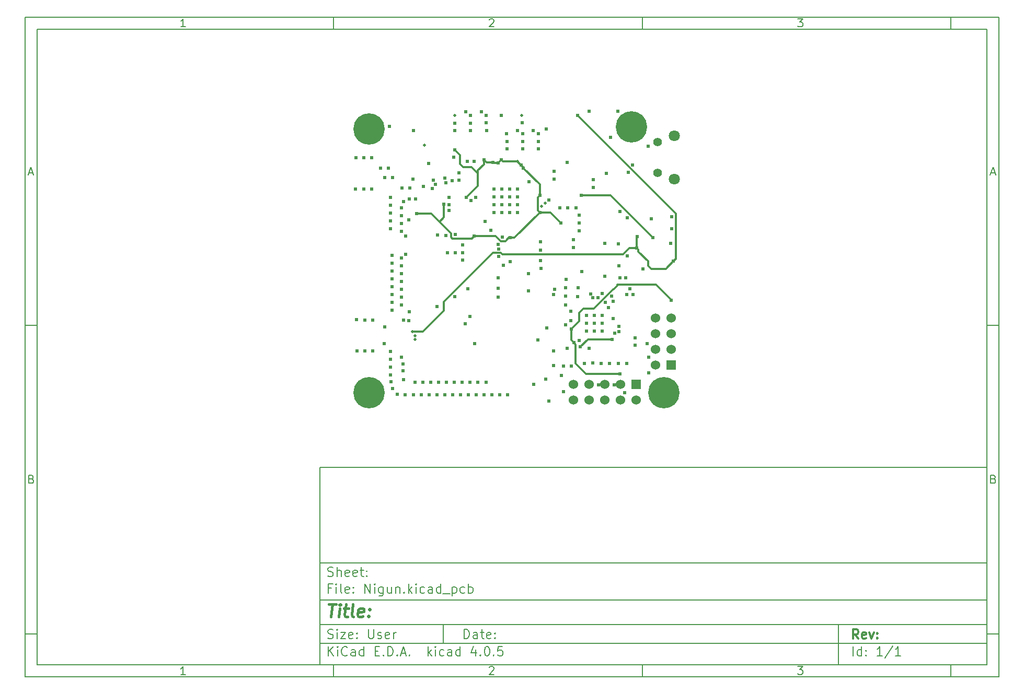
<source format=gbr>
G04 #@! TF.FileFunction,Copper,L3,Inr,Signal*
%FSLAX46Y46*%
G04 Gerber Fmt 4.6, Leading zero omitted, Abs format (unit mm)*
G04 Created by KiCad (PCBNEW 4.0.5) date 2017 September 25, Monday 02:54:35*
%MOMM*%
%LPD*%
G01*
G04 APERTURE LIST*
%ADD10C,0.100000*%
%ADD11C,0.150000*%
%ADD12C,0.300000*%
%ADD13C,0.400000*%
%ADD14C,0.609600*%
%ADD15R,1.524000X1.524000*%
%ADD16C,1.524000*%
%ADD17C,1.408000*%
%ADD18C,1.800000*%
%ADD19C,5.080000*%
%ADD20C,0.508000*%
%ADD21C,0.330200*%
%ADD22C,0.304800*%
G04 APERTURE END LIST*
D10*
D11*
X57800000Y-83000000D02*
X57800000Y-115000000D01*
X165800000Y-115000000D01*
X165800000Y-83000000D01*
X57800000Y-83000000D01*
D10*
D11*
X10000000Y-10000000D02*
X10000000Y-117000000D01*
X167800000Y-117000000D01*
X167800000Y-10000000D01*
X10000000Y-10000000D01*
D10*
D11*
X12000000Y-12000000D02*
X12000000Y-115000000D01*
X165800000Y-115000000D01*
X165800000Y-12000000D01*
X12000000Y-12000000D01*
D10*
D11*
X60000000Y-12000000D02*
X60000000Y-10000000D01*
D10*
D11*
X110000000Y-12000000D02*
X110000000Y-10000000D01*
D10*
D11*
X160000000Y-12000000D02*
X160000000Y-10000000D01*
D10*
D11*
X35990476Y-11588095D02*
X35247619Y-11588095D01*
X35619048Y-11588095D02*
X35619048Y-10288095D01*
X35495238Y-10473810D01*
X35371429Y-10597619D01*
X35247619Y-10659524D01*
D10*
D11*
X85247619Y-10411905D02*
X85309524Y-10350000D01*
X85433333Y-10288095D01*
X85742857Y-10288095D01*
X85866667Y-10350000D01*
X85928571Y-10411905D01*
X85990476Y-10535714D01*
X85990476Y-10659524D01*
X85928571Y-10845238D01*
X85185714Y-11588095D01*
X85990476Y-11588095D01*
D10*
D11*
X135185714Y-10288095D02*
X135990476Y-10288095D01*
X135557143Y-10783333D01*
X135742857Y-10783333D01*
X135866667Y-10845238D01*
X135928571Y-10907143D01*
X135990476Y-11030952D01*
X135990476Y-11340476D01*
X135928571Y-11464286D01*
X135866667Y-11526190D01*
X135742857Y-11588095D01*
X135371429Y-11588095D01*
X135247619Y-11526190D01*
X135185714Y-11464286D01*
D10*
D11*
X60000000Y-115000000D02*
X60000000Y-117000000D01*
D10*
D11*
X110000000Y-115000000D02*
X110000000Y-117000000D01*
D10*
D11*
X160000000Y-115000000D02*
X160000000Y-117000000D01*
D10*
D11*
X35990476Y-116588095D02*
X35247619Y-116588095D01*
X35619048Y-116588095D02*
X35619048Y-115288095D01*
X35495238Y-115473810D01*
X35371429Y-115597619D01*
X35247619Y-115659524D01*
D10*
D11*
X85247619Y-115411905D02*
X85309524Y-115350000D01*
X85433333Y-115288095D01*
X85742857Y-115288095D01*
X85866667Y-115350000D01*
X85928571Y-115411905D01*
X85990476Y-115535714D01*
X85990476Y-115659524D01*
X85928571Y-115845238D01*
X85185714Y-116588095D01*
X85990476Y-116588095D01*
D10*
D11*
X135185714Y-115288095D02*
X135990476Y-115288095D01*
X135557143Y-115783333D01*
X135742857Y-115783333D01*
X135866667Y-115845238D01*
X135928571Y-115907143D01*
X135990476Y-116030952D01*
X135990476Y-116340476D01*
X135928571Y-116464286D01*
X135866667Y-116526190D01*
X135742857Y-116588095D01*
X135371429Y-116588095D01*
X135247619Y-116526190D01*
X135185714Y-116464286D01*
D10*
D11*
X10000000Y-60000000D02*
X12000000Y-60000000D01*
D10*
D11*
X10000000Y-110000000D02*
X12000000Y-110000000D01*
D10*
D11*
X10690476Y-35216667D02*
X11309524Y-35216667D01*
X10566667Y-35588095D02*
X11000000Y-34288095D01*
X11433333Y-35588095D01*
D10*
D11*
X11092857Y-84907143D02*
X11278571Y-84969048D01*
X11340476Y-85030952D01*
X11402381Y-85154762D01*
X11402381Y-85340476D01*
X11340476Y-85464286D01*
X11278571Y-85526190D01*
X11154762Y-85588095D01*
X10659524Y-85588095D01*
X10659524Y-84288095D01*
X11092857Y-84288095D01*
X11216667Y-84350000D01*
X11278571Y-84411905D01*
X11340476Y-84535714D01*
X11340476Y-84659524D01*
X11278571Y-84783333D01*
X11216667Y-84845238D01*
X11092857Y-84907143D01*
X10659524Y-84907143D01*
D10*
D11*
X167800000Y-60000000D02*
X165800000Y-60000000D01*
D10*
D11*
X167800000Y-110000000D02*
X165800000Y-110000000D01*
D10*
D11*
X166490476Y-35216667D02*
X167109524Y-35216667D01*
X166366667Y-35588095D02*
X166800000Y-34288095D01*
X167233333Y-35588095D01*
D10*
D11*
X166892857Y-84907143D02*
X167078571Y-84969048D01*
X167140476Y-85030952D01*
X167202381Y-85154762D01*
X167202381Y-85340476D01*
X167140476Y-85464286D01*
X167078571Y-85526190D01*
X166954762Y-85588095D01*
X166459524Y-85588095D01*
X166459524Y-84288095D01*
X166892857Y-84288095D01*
X167016667Y-84350000D01*
X167078571Y-84411905D01*
X167140476Y-84535714D01*
X167140476Y-84659524D01*
X167078571Y-84783333D01*
X167016667Y-84845238D01*
X166892857Y-84907143D01*
X166459524Y-84907143D01*
D10*
D11*
X81157143Y-110778571D02*
X81157143Y-109278571D01*
X81514286Y-109278571D01*
X81728571Y-109350000D01*
X81871429Y-109492857D01*
X81942857Y-109635714D01*
X82014286Y-109921429D01*
X82014286Y-110135714D01*
X81942857Y-110421429D01*
X81871429Y-110564286D01*
X81728571Y-110707143D01*
X81514286Y-110778571D01*
X81157143Y-110778571D01*
X83300000Y-110778571D02*
X83300000Y-109992857D01*
X83228571Y-109850000D01*
X83085714Y-109778571D01*
X82800000Y-109778571D01*
X82657143Y-109850000D01*
X83300000Y-110707143D02*
X83157143Y-110778571D01*
X82800000Y-110778571D01*
X82657143Y-110707143D01*
X82585714Y-110564286D01*
X82585714Y-110421429D01*
X82657143Y-110278571D01*
X82800000Y-110207143D01*
X83157143Y-110207143D01*
X83300000Y-110135714D01*
X83800000Y-109778571D02*
X84371429Y-109778571D01*
X84014286Y-109278571D02*
X84014286Y-110564286D01*
X84085714Y-110707143D01*
X84228572Y-110778571D01*
X84371429Y-110778571D01*
X85442857Y-110707143D02*
X85300000Y-110778571D01*
X85014286Y-110778571D01*
X84871429Y-110707143D01*
X84800000Y-110564286D01*
X84800000Y-109992857D01*
X84871429Y-109850000D01*
X85014286Y-109778571D01*
X85300000Y-109778571D01*
X85442857Y-109850000D01*
X85514286Y-109992857D01*
X85514286Y-110135714D01*
X84800000Y-110278571D01*
X86157143Y-110635714D02*
X86228571Y-110707143D01*
X86157143Y-110778571D01*
X86085714Y-110707143D01*
X86157143Y-110635714D01*
X86157143Y-110778571D01*
X86157143Y-109850000D02*
X86228571Y-109921429D01*
X86157143Y-109992857D01*
X86085714Y-109921429D01*
X86157143Y-109850000D01*
X86157143Y-109992857D01*
D10*
D11*
X57800000Y-111500000D02*
X165800000Y-111500000D01*
D10*
D11*
X59157143Y-113578571D02*
X59157143Y-112078571D01*
X60014286Y-113578571D02*
X59371429Y-112721429D01*
X60014286Y-112078571D02*
X59157143Y-112935714D01*
X60657143Y-113578571D02*
X60657143Y-112578571D01*
X60657143Y-112078571D02*
X60585714Y-112150000D01*
X60657143Y-112221429D01*
X60728571Y-112150000D01*
X60657143Y-112078571D01*
X60657143Y-112221429D01*
X62228572Y-113435714D02*
X62157143Y-113507143D01*
X61942857Y-113578571D01*
X61800000Y-113578571D01*
X61585715Y-113507143D01*
X61442857Y-113364286D01*
X61371429Y-113221429D01*
X61300000Y-112935714D01*
X61300000Y-112721429D01*
X61371429Y-112435714D01*
X61442857Y-112292857D01*
X61585715Y-112150000D01*
X61800000Y-112078571D01*
X61942857Y-112078571D01*
X62157143Y-112150000D01*
X62228572Y-112221429D01*
X63514286Y-113578571D02*
X63514286Y-112792857D01*
X63442857Y-112650000D01*
X63300000Y-112578571D01*
X63014286Y-112578571D01*
X62871429Y-112650000D01*
X63514286Y-113507143D02*
X63371429Y-113578571D01*
X63014286Y-113578571D01*
X62871429Y-113507143D01*
X62800000Y-113364286D01*
X62800000Y-113221429D01*
X62871429Y-113078571D01*
X63014286Y-113007143D01*
X63371429Y-113007143D01*
X63514286Y-112935714D01*
X64871429Y-113578571D02*
X64871429Y-112078571D01*
X64871429Y-113507143D02*
X64728572Y-113578571D01*
X64442858Y-113578571D01*
X64300000Y-113507143D01*
X64228572Y-113435714D01*
X64157143Y-113292857D01*
X64157143Y-112864286D01*
X64228572Y-112721429D01*
X64300000Y-112650000D01*
X64442858Y-112578571D01*
X64728572Y-112578571D01*
X64871429Y-112650000D01*
X66728572Y-112792857D02*
X67228572Y-112792857D01*
X67442858Y-113578571D02*
X66728572Y-113578571D01*
X66728572Y-112078571D01*
X67442858Y-112078571D01*
X68085715Y-113435714D02*
X68157143Y-113507143D01*
X68085715Y-113578571D01*
X68014286Y-113507143D01*
X68085715Y-113435714D01*
X68085715Y-113578571D01*
X68800001Y-113578571D02*
X68800001Y-112078571D01*
X69157144Y-112078571D01*
X69371429Y-112150000D01*
X69514287Y-112292857D01*
X69585715Y-112435714D01*
X69657144Y-112721429D01*
X69657144Y-112935714D01*
X69585715Y-113221429D01*
X69514287Y-113364286D01*
X69371429Y-113507143D01*
X69157144Y-113578571D01*
X68800001Y-113578571D01*
X70300001Y-113435714D02*
X70371429Y-113507143D01*
X70300001Y-113578571D01*
X70228572Y-113507143D01*
X70300001Y-113435714D01*
X70300001Y-113578571D01*
X70942858Y-113150000D02*
X71657144Y-113150000D01*
X70800001Y-113578571D02*
X71300001Y-112078571D01*
X71800001Y-113578571D01*
X72300001Y-113435714D02*
X72371429Y-113507143D01*
X72300001Y-113578571D01*
X72228572Y-113507143D01*
X72300001Y-113435714D01*
X72300001Y-113578571D01*
X75300001Y-113578571D02*
X75300001Y-112078571D01*
X75442858Y-113007143D02*
X75871429Y-113578571D01*
X75871429Y-112578571D02*
X75300001Y-113150000D01*
X76514287Y-113578571D02*
X76514287Y-112578571D01*
X76514287Y-112078571D02*
X76442858Y-112150000D01*
X76514287Y-112221429D01*
X76585715Y-112150000D01*
X76514287Y-112078571D01*
X76514287Y-112221429D01*
X77871430Y-113507143D02*
X77728573Y-113578571D01*
X77442859Y-113578571D01*
X77300001Y-113507143D01*
X77228573Y-113435714D01*
X77157144Y-113292857D01*
X77157144Y-112864286D01*
X77228573Y-112721429D01*
X77300001Y-112650000D01*
X77442859Y-112578571D01*
X77728573Y-112578571D01*
X77871430Y-112650000D01*
X79157144Y-113578571D02*
X79157144Y-112792857D01*
X79085715Y-112650000D01*
X78942858Y-112578571D01*
X78657144Y-112578571D01*
X78514287Y-112650000D01*
X79157144Y-113507143D02*
X79014287Y-113578571D01*
X78657144Y-113578571D01*
X78514287Y-113507143D01*
X78442858Y-113364286D01*
X78442858Y-113221429D01*
X78514287Y-113078571D01*
X78657144Y-113007143D01*
X79014287Y-113007143D01*
X79157144Y-112935714D01*
X80514287Y-113578571D02*
X80514287Y-112078571D01*
X80514287Y-113507143D02*
X80371430Y-113578571D01*
X80085716Y-113578571D01*
X79942858Y-113507143D01*
X79871430Y-113435714D01*
X79800001Y-113292857D01*
X79800001Y-112864286D01*
X79871430Y-112721429D01*
X79942858Y-112650000D01*
X80085716Y-112578571D01*
X80371430Y-112578571D01*
X80514287Y-112650000D01*
X83014287Y-112578571D02*
X83014287Y-113578571D01*
X82657144Y-112007143D02*
X82300001Y-113078571D01*
X83228573Y-113078571D01*
X83800001Y-113435714D02*
X83871429Y-113507143D01*
X83800001Y-113578571D01*
X83728572Y-113507143D01*
X83800001Y-113435714D01*
X83800001Y-113578571D01*
X84800001Y-112078571D02*
X84942858Y-112078571D01*
X85085715Y-112150000D01*
X85157144Y-112221429D01*
X85228573Y-112364286D01*
X85300001Y-112650000D01*
X85300001Y-113007143D01*
X85228573Y-113292857D01*
X85157144Y-113435714D01*
X85085715Y-113507143D01*
X84942858Y-113578571D01*
X84800001Y-113578571D01*
X84657144Y-113507143D01*
X84585715Y-113435714D01*
X84514287Y-113292857D01*
X84442858Y-113007143D01*
X84442858Y-112650000D01*
X84514287Y-112364286D01*
X84585715Y-112221429D01*
X84657144Y-112150000D01*
X84800001Y-112078571D01*
X85942858Y-113435714D02*
X86014286Y-113507143D01*
X85942858Y-113578571D01*
X85871429Y-113507143D01*
X85942858Y-113435714D01*
X85942858Y-113578571D01*
X87371430Y-112078571D02*
X86657144Y-112078571D01*
X86585715Y-112792857D01*
X86657144Y-112721429D01*
X86800001Y-112650000D01*
X87157144Y-112650000D01*
X87300001Y-112721429D01*
X87371430Y-112792857D01*
X87442858Y-112935714D01*
X87442858Y-113292857D01*
X87371430Y-113435714D01*
X87300001Y-113507143D01*
X87157144Y-113578571D01*
X86800001Y-113578571D01*
X86657144Y-113507143D01*
X86585715Y-113435714D01*
D10*
D11*
X57800000Y-108500000D02*
X165800000Y-108500000D01*
D10*
D12*
X145014286Y-110778571D02*
X144514286Y-110064286D01*
X144157143Y-110778571D02*
X144157143Y-109278571D01*
X144728571Y-109278571D01*
X144871429Y-109350000D01*
X144942857Y-109421429D01*
X145014286Y-109564286D01*
X145014286Y-109778571D01*
X144942857Y-109921429D01*
X144871429Y-109992857D01*
X144728571Y-110064286D01*
X144157143Y-110064286D01*
X146228571Y-110707143D02*
X146085714Y-110778571D01*
X145800000Y-110778571D01*
X145657143Y-110707143D01*
X145585714Y-110564286D01*
X145585714Y-109992857D01*
X145657143Y-109850000D01*
X145800000Y-109778571D01*
X146085714Y-109778571D01*
X146228571Y-109850000D01*
X146300000Y-109992857D01*
X146300000Y-110135714D01*
X145585714Y-110278571D01*
X146800000Y-109778571D02*
X147157143Y-110778571D01*
X147514285Y-109778571D01*
X148085714Y-110635714D02*
X148157142Y-110707143D01*
X148085714Y-110778571D01*
X148014285Y-110707143D01*
X148085714Y-110635714D01*
X148085714Y-110778571D01*
X148085714Y-109850000D02*
X148157142Y-109921429D01*
X148085714Y-109992857D01*
X148014285Y-109921429D01*
X148085714Y-109850000D01*
X148085714Y-109992857D01*
D10*
D11*
X59085714Y-110707143D02*
X59300000Y-110778571D01*
X59657143Y-110778571D01*
X59800000Y-110707143D01*
X59871429Y-110635714D01*
X59942857Y-110492857D01*
X59942857Y-110350000D01*
X59871429Y-110207143D01*
X59800000Y-110135714D01*
X59657143Y-110064286D01*
X59371429Y-109992857D01*
X59228571Y-109921429D01*
X59157143Y-109850000D01*
X59085714Y-109707143D01*
X59085714Y-109564286D01*
X59157143Y-109421429D01*
X59228571Y-109350000D01*
X59371429Y-109278571D01*
X59728571Y-109278571D01*
X59942857Y-109350000D01*
X60585714Y-110778571D02*
X60585714Y-109778571D01*
X60585714Y-109278571D02*
X60514285Y-109350000D01*
X60585714Y-109421429D01*
X60657142Y-109350000D01*
X60585714Y-109278571D01*
X60585714Y-109421429D01*
X61157143Y-109778571D02*
X61942857Y-109778571D01*
X61157143Y-110778571D01*
X61942857Y-110778571D01*
X63085714Y-110707143D02*
X62942857Y-110778571D01*
X62657143Y-110778571D01*
X62514286Y-110707143D01*
X62442857Y-110564286D01*
X62442857Y-109992857D01*
X62514286Y-109850000D01*
X62657143Y-109778571D01*
X62942857Y-109778571D01*
X63085714Y-109850000D01*
X63157143Y-109992857D01*
X63157143Y-110135714D01*
X62442857Y-110278571D01*
X63800000Y-110635714D02*
X63871428Y-110707143D01*
X63800000Y-110778571D01*
X63728571Y-110707143D01*
X63800000Y-110635714D01*
X63800000Y-110778571D01*
X63800000Y-109850000D02*
X63871428Y-109921429D01*
X63800000Y-109992857D01*
X63728571Y-109921429D01*
X63800000Y-109850000D01*
X63800000Y-109992857D01*
X65657143Y-109278571D02*
X65657143Y-110492857D01*
X65728571Y-110635714D01*
X65800000Y-110707143D01*
X65942857Y-110778571D01*
X66228571Y-110778571D01*
X66371429Y-110707143D01*
X66442857Y-110635714D01*
X66514286Y-110492857D01*
X66514286Y-109278571D01*
X67157143Y-110707143D02*
X67300000Y-110778571D01*
X67585715Y-110778571D01*
X67728572Y-110707143D01*
X67800000Y-110564286D01*
X67800000Y-110492857D01*
X67728572Y-110350000D01*
X67585715Y-110278571D01*
X67371429Y-110278571D01*
X67228572Y-110207143D01*
X67157143Y-110064286D01*
X67157143Y-109992857D01*
X67228572Y-109850000D01*
X67371429Y-109778571D01*
X67585715Y-109778571D01*
X67728572Y-109850000D01*
X69014286Y-110707143D02*
X68871429Y-110778571D01*
X68585715Y-110778571D01*
X68442858Y-110707143D01*
X68371429Y-110564286D01*
X68371429Y-109992857D01*
X68442858Y-109850000D01*
X68585715Y-109778571D01*
X68871429Y-109778571D01*
X69014286Y-109850000D01*
X69085715Y-109992857D01*
X69085715Y-110135714D01*
X68371429Y-110278571D01*
X69728572Y-110778571D02*
X69728572Y-109778571D01*
X69728572Y-110064286D02*
X69800000Y-109921429D01*
X69871429Y-109850000D01*
X70014286Y-109778571D01*
X70157143Y-109778571D01*
D10*
D11*
X144157143Y-113578571D02*
X144157143Y-112078571D01*
X145514286Y-113578571D02*
X145514286Y-112078571D01*
X145514286Y-113507143D02*
X145371429Y-113578571D01*
X145085715Y-113578571D01*
X144942857Y-113507143D01*
X144871429Y-113435714D01*
X144800000Y-113292857D01*
X144800000Y-112864286D01*
X144871429Y-112721429D01*
X144942857Y-112650000D01*
X145085715Y-112578571D01*
X145371429Y-112578571D01*
X145514286Y-112650000D01*
X146228572Y-113435714D02*
X146300000Y-113507143D01*
X146228572Y-113578571D01*
X146157143Y-113507143D01*
X146228572Y-113435714D01*
X146228572Y-113578571D01*
X146228572Y-112650000D02*
X146300000Y-112721429D01*
X146228572Y-112792857D01*
X146157143Y-112721429D01*
X146228572Y-112650000D01*
X146228572Y-112792857D01*
X148871429Y-113578571D02*
X148014286Y-113578571D01*
X148442858Y-113578571D02*
X148442858Y-112078571D01*
X148300001Y-112292857D01*
X148157143Y-112435714D01*
X148014286Y-112507143D01*
X150585714Y-112007143D02*
X149300000Y-113935714D01*
X151871429Y-113578571D02*
X151014286Y-113578571D01*
X151442858Y-113578571D02*
X151442858Y-112078571D01*
X151300001Y-112292857D01*
X151157143Y-112435714D01*
X151014286Y-112507143D01*
D10*
D11*
X57800000Y-104500000D02*
X165800000Y-104500000D01*
D10*
D13*
X59252381Y-105204762D02*
X60395238Y-105204762D01*
X59573810Y-107204762D02*
X59823810Y-105204762D01*
X60811905Y-107204762D02*
X60978571Y-105871429D01*
X61061905Y-105204762D02*
X60954762Y-105300000D01*
X61038095Y-105395238D01*
X61145239Y-105300000D01*
X61061905Y-105204762D01*
X61038095Y-105395238D01*
X61645238Y-105871429D02*
X62407143Y-105871429D01*
X62014286Y-105204762D02*
X61800000Y-106919048D01*
X61871430Y-107109524D01*
X62050001Y-107204762D01*
X62240477Y-107204762D01*
X63192858Y-107204762D02*
X63014287Y-107109524D01*
X62942857Y-106919048D01*
X63157143Y-105204762D01*
X64728572Y-107109524D02*
X64526191Y-107204762D01*
X64145239Y-107204762D01*
X63966667Y-107109524D01*
X63895238Y-106919048D01*
X63990476Y-106157143D01*
X64109524Y-105966667D01*
X64311905Y-105871429D01*
X64692857Y-105871429D01*
X64871429Y-105966667D01*
X64942857Y-106157143D01*
X64919048Y-106347619D01*
X63942857Y-106538095D01*
X65692857Y-107014286D02*
X65776192Y-107109524D01*
X65669048Y-107204762D01*
X65585715Y-107109524D01*
X65692857Y-107014286D01*
X65669048Y-107204762D01*
X65823810Y-105966667D02*
X65907144Y-106061905D01*
X65800000Y-106157143D01*
X65716667Y-106061905D01*
X65823810Y-105966667D01*
X65800000Y-106157143D01*
D10*
D11*
X59657143Y-102592857D02*
X59157143Y-102592857D01*
X59157143Y-103378571D02*
X59157143Y-101878571D01*
X59871429Y-101878571D01*
X60442857Y-103378571D02*
X60442857Y-102378571D01*
X60442857Y-101878571D02*
X60371428Y-101950000D01*
X60442857Y-102021429D01*
X60514285Y-101950000D01*
X60442857Y-101878571D01*
X60442857Y-102021429D01*
X61371429Y-103378571D02*
X61228571Y-103307143D01*
X61157143Y-103164286D01*
X61157143Y-101878571D01*
X62514285Y-103307143D02*
X62371428Y-103378571D01*
X62085714Y-103378571D01*
X61942857Y-103307143D01*
X61871428Y-103164286D01*
X61871428Y-102592857D01*
X61942857Y-102450000D01*
X62085714Y-102378571D01*
X62371428Y-102378571D01*
X62514285Y-102450000D01*
X62585714Y-102592857D01*
X62585714Y-102735714D01*
X61871428Y-102878571D01*
X63228571Y-103235714D02*
X63299999Y-103307143D01*
X63228571Y-103378571D01*
X63157142Y-103307143D01*
X63228571Y-103235714D01*
X63228571Y-103378571D01*
X63228571Y-102450000D02*
X63299999Y-102521429D01*
X63228571Y-102592857D01*
X63157142Y-102521429D01*
X63228571Y-102450000D01*
X63228571Y-102592857D01*
X65085714Y-103378571D02*
X65085714Y-101878571D01*
X65942857Y-103378571D01*
X65942857Y-101878571D01*
X66657143Y-103378571D02*
X66657143Y-102378571D01*
X66657143Y-101878571D02*
X66585714Y-101950000D01*
X66657143Y-102021429D01*
X66728571Y-101950000D01*
X66657143Y-101878571D01*
X66657143Y-102021429D01*
X68014286Y-102378571D02*
X68014286Y-103592857D01*
X67942857Y-103735714D01*
X67871429Y-103807143D01*
X67728572Y-103878571D01*
X67514286Y-103878571D01*
X67371429Y-103807143D01*
X68014286Y-103307143D02*
X67871429Y-103378571D01*
X67585715Y-103378571D01*
X67442857Y-103307143D01*
X67371429Y-103235714D01*
X67300000Y-103092857D01*
X67300000Y-102664286D01*
X67371429Y-102521429D01*
X67442857Y-102450000D01*
X67585715Y-102378571D01*
X67871429Y-102378571D01*
X68014286Y-102450000D01*
X69371429Y-102378571D02*
X69371429Y-103378571D01*
X68728572Y-102378571D02*
X68728572Y-103164286D01*
X68800000Y-103307143D01*
X68942858Y-103378571D01*
X69157143Y-103378571D01*
X69300000Y-103307143D01*
X69371429Y-103235714D01*
X70085715Y-102378571D02*
X70085715Y-103378571D01*
X70085715Y-102521429D02*
X70157143Y-102450000D01*
X70300001Y-102378571D01*
X70514286Y-102378571D01*
X70657143Y-102450000D01*
X70728572Y-102592857D01*
X70728572Y-103378571D01*
X71442858Y-103235714D02*
X71514286Y-103307143D01*
X71442858Y-103378571D01*
X71371429Y-103307143D01*
X71442858Y-103235714D01*
X71442858Y-103378571D01*
X72157144Y-103378571D02*
X72157144Y-101878571D01*
X72300001Y-102807143D02*
X72728572Y-103378571D01*
X72728572Y-102378571D02*
X72157144Y-102950000D01*
X73371430Y-103378571D02*
X73371430Y-102378571D01*
X73371430Y-101878571D02*
X73300001Y-101950000D01*
X73371430Y-102021429D01*
X73442858Y-101950000D01*
X73371430Y-101878571D01*
X73371430Y-102021429D01*
X74728573Y-103307143D02*
X74585716Y-103378571D01*
X74300002Y-103378571D01*
X74157144Y-103307143D01*
X74085716Y-103235714D01*
X74014287Y-103092857D01*
X74014287Y-102664286D01*
X74085716Y-102521429D01*
X74157144Y-102450000D01*
X74300002Y-102378571D01*
X74585716Y-102378571D01*
X74728573Y-102450000D01*
X76014287Y-103378571D02*
X76014287Y-102592857D01*
X75942858Y-102450000D01*
X75800001Y-102378571D01*
X75514287Y-102378571D01*
X75371430Y-102450000D01*
X76014287Y-103307143D02*
X75871430Y-103378571D01*
X75514287Y-103378571D01*
X75371430Y-103307143D01*
X75300001Y-103164286D01*
X75300001Y-103021429D01*
X75371430Y-102878571D01*
X75514287Y-102807143D01*
X75871430Y-102807143D01*
X76014287Y-102735714D01*
X77371430Y-103378571D02*
X77371430Y-101878571D01*
X77371430Y-103307143D02*
X77228573Y-103378571D01*
X76942859Y-103378571D01*
X76800001Y-103307143D01*
X76728573Y-103235714D01*
X76657144Y-103092857D01*
X76657144Y-102664286D01*
X76728573Y-102521429D01*
X76800001Y-102450000D01*
X76942859Y-102378571D01*
X77228573Y-102378571D01*
X77371430Y-102450000D01*
X77728573Y-103521429D02*
X78871430Y-103521429D01*
X79228573Y-102378571D02*
X79228573Y-103878571D01*
X79228573Y-102450000D02*
X79371430Y-102378571D01*
X79657144Y-102378571D01*
X79800001Y-102450000D01*
X79871430Y-102521429D01*
X79942859Y-102664286D01*
X79942859Y-103092857D01*
X79871430Y-103235714D01*
X79800001Y-103307143D01*
X79657144Y-103378571D01*
X79371430Y-103378571D01*
X79228573Y-103307143D01*
X81228573Y-103307143D02*
X81085716Y-103378571D01*
X80800002Y-103378571D01*
X80657144Y-103307143D01*
X80585716Y-103235714D01*
X80514287Y-103092857D01*
X80514287Y-102664286D01*
X80585716Y-102521429D01*
X80657144Y-102450000D01*
X80800002Y-102378571D01*
X81085716Y-102378571D01*
X81228573Y-102450000D01*
X81871430Y-103378571D02*
X81871430Y-101878571D01*
X81871430Y-102450000D02*
X82014287Y-102378571D01*
X82300001Y-102378571D01*
X82442858Y-102450000D01*
X82514287Y-102521429D01*
X82585716Y-102664286D01*
X82585716Y-103092857D01*
X82514287Y-103235714D01*
X82442858Y-103307143D01*
X82300001Y-103378571D01*
X82014287Y-103378571D01*
X81871430Y-103307143D01*
D10*
D11*
X57800000Y-98500000D02*
X165800000Y-98500000D01*
D10*
D11*
X59085714Y-100607143D02*
X59300000Y-100678571D01*
X59657143Y-100678571D01*
X59800000Y-100607143D01*
X59871429Y-100535714D01*
X59942857Y-100392857D01*
X59942857Y-100250000D01*
X59871429Y-100107143D01*
X59800000Y-100035714D01*
X59657143Y-99964286D01*
X59371429Y-99892857D01*
X59228571Y-99821429D01*
X59157143Y-99750000D01*
X59085714Y-99607143D01*
X59085714Y-99464286D01*
X59157143Y-99321429D01*
X59228571Y-99250000D01*
X59371429Y-99178571D01*
X59728571Y-99178571D01*
X59942857Y-99250000D01*
X60585714Y-100678571D02*
X60585714Y-99178571D01*
X61228571Y-100678571D02*
X61228571Y-99892857D01*
X61157142Y-99750000D01*
X61014285Y-99678571D01*
X60800000Y-99678571D01*
X60657142Y-99750000D01*
X60585714Y-99821429D01*
X62514285Y-100607143D02*
X62371428Y-100678571D01*
X62085714Y-100678571D01*
X61942857Y-100607143D01*
X61871428Y-100464286D01*
X61871428Y-99892857D01*
X61942857Y-99750000D01*
X62085714Y-99678571D01*
X62371428Y-99678571D01*
X62514285Y-99750000D01*
X62585714Y-99892857D01*
X62585714Y-100035714D01*
X61871428Y-100178571D01*
X63799999Y-100607143D02*
X63657142Y-100678571D01*
X63371428Y-100678571D01*
X63228571Y-100607143D01*
X63157142Y-100464286D01*
X63157142Y-99892857D01*
X63228571Y-99750000D01*
X63371428Y-99678571D01*
X63657142Y-99678571D01*
X63799999Y-99750000D01*
X63871428Y-99892857D01*
X63871428Y-100035714D01*
X63157142Y-100178571D01*
X64299999Y-99678571D02*
X64871428Y-99678571D01*
X64514285Y-99178571D02*
X64514285Y-100464286D01*
X64585713Y-100607143D01*
X64728571Y-100678571D01*
X64871428Y-100678571D01*
X65371428Y-100535714D02*
X65442856Y-100607143D01*
X65371428Y-100678571D01*
X65299999Y-100607143D01*
X65371428Y-100535714D01*
X65371428Y-100678571D01*
X65371428Y-99750000D02*
X65442856Y-99821429D01*
X65371428Y-99892857D01*
X65299999Y-99821429D01*
X65371428Y-99750000D01*
X65371428Y-99892857D01*
D10*
D11*
X77800000Y-108500000D02*
X77800000Y-111500000D01*
D10*
D11*
X141800000Y-108500000D02*
X141800000Y-115000000D01*
D14*
X63512700Y-37846000D03*
X64935100Y-37846000D03*
X66205100Y-37846000D03*
X63652400Y-32804100D03*
X64935100Y-32804100D03*
X66179700Y-32829500D03*
X63703200Y-59067700D03*
X65087500Y-59131200D03*
X63792100Y-64109600D03*
X65112900Y-64109600D03*
X66344800Y-64109600D03*
X66382900Y-59156600D03*
X69316600Y-69151500D03*
X69532500Y-70192900D03*
X70307200Y-71120000D03*
X71628000Y-71259700D03*
X73177400Y-69176900D03*
D15*
X114706400Y-66382900D03*
D16*
X112166400Y-66382900D03*
X114706400Y-63842900D03*
X112166400Y-63842900D03*
X114706400Y-61302900D03*
X112166400Y-61302900D03*
X114706400Y-58762900D03*
X112166400Y-58762900D03*
D15*
X109004100Y-69583300D03*
D16*
X109004100Y-72123300D03*
X106464100Y-69583300D03*
X106464100Y-72123300D03*
X103924100Y-69583300D03*
X103924100Y-72123300D03*
X101384100Y-69583300D03*
X101384100Y-72123300D03*
X98844100Y-69583300D03*
X98844100Y-72123300D03*
D17*
X112501700Y-35243900D03*
X112501700Y-30243900D03*
D18*
X115201700Y-36243900D03*
X115201700Y-29243900D03*
D19*
X65709800Y-70878700D03*
D20*
X67564000Y-70878700D03*
X65684400Y-69024500D03*
X65684400Y-72834500D03*
X67056000Y-72250300D03*
X64287400Y-69634100D03*
X64338200Y-72301100D03*
X63855600Y-70878700D03*
X67056000Y-69532500D03*
D19*
X65709800Y-28143200D03*
D20*
X67564000Y-28143200D03*
X65684400Y-26289000D03*
X65684400Y-30099000D03*
X67056000Y-29514800D03*
X64287400Y-26898600D03*
X64338200Y-29565600D03*
X63855600Y-28143200D03*
X67056000Y-26797000D03*
D19*
X113499900Y-70904100D03*
D20*
X115354100Y-70904100D03*
X113474500Y-69049900D03*
X113474500Y-72859900D03*
X114846100Y-72275700D03*
X112077500Y-69659500D03*
X112128300Y-72326500D03*
X111645700Y-70904100D03*
X114846100Y-69557900D03*
D19*
X108254800Y-27825700D03*
D20*
X110109000Y-27825700D03*
X108229400Y-25971500D03*
X108229400Y-29781500D03*
X109601000Y-29197300D03*
X106832400Y-26581100D03*
X106883200Y-29248100D03*
X106400600Y-27825700D03*
X109601000Y-26479500D03*
D14*
X72936100Y-71247000D03*
X74206100Y-71247000D03*
X75476100Y-71247000D03*
X76746100Y-71247000D03*
X78016100Y-71247000D03*
X79286100Y-71247000D03*
X80556100Y-71247000D03*
X81826100Y-71247000D03*
X83096100Y-71247000D03*
X84366100Y-71247000D03*
X85636100Y-71247000D03*
X86906100Y-71247000D03*
X88176100Y-71247000D03*
X75717400Y-69176900D03*
X82067400Y-69176900D03*
X80797400Y-69176900D03*
X74447400Y-69176900D03*
X76987400Y-69176900D03*
X78257400Y-69176900D03*
X79527400Y-69176900D03*
X71297800Y-68795900D03*
X71259700Y-67310000D03*
X71272400Y-66230500D03*
X69202300Y-68046600D03*
X69202300Y-66776600D03*
X69202300Y-65506600D03*
X69202300Y-64236600D03*
X69469000Y-57531000D03*
X69469000Y-56261000D03*
X69469000Y-54991000D03*
X69469000Y-52451000D03*
X69469000Y-51181000D03*
X69469000Y-49911000D03*
X69469000Y-48641000D03*
X71005700Y-49098200D03*
X71005700Y-56718200D03*
X71005700Y-55448200D03*
X71005700Y-54178200D03*
X71005700Y-52908200D03*
X71005700Y-51638200D03*
X71005700Y-50368200D03*
X69227700Y-44310300D03*
X69227700Y-43040300D03*
X69227700Y-41770300D03*
X69227700Y-40500300D03*
X69227700Y-39230300D03*
X71005700Y-40970200D03*
X71005700Y-42240200D03*
X71005700Y-43510200D03*
X71005700Y-44780200D03*
X71310500Y-39890700D03*
X71081900Y-37706300D03*
X72390000Y-37719000D03*
X72275700Y-39471600D03*
X73266300Y-39471600D03*
X76022200Y-37807900D03*
X76542900Y-37134800D03*
X76136500Y-36461700D03*
X78016100Y-36131500D03*
X78155800Y-36906200D03*
X69545200Y-36017200D03*
X68275200Y-36017199D03*
X68897500Y-34480500D03*
X67627500Y-34480499D03*
X85979000Y-37909500D03*
X85979000Y-39179500D03*
X85979000Y-40449500D03*
X85979000Y-41719500D03*
X87249000Y-37909500D03*
X87249000Y-39179500D03*
X87249000Y-40449500D03*
X87249000Y-41719500D03*
X88519000Y-37909500D03*
X88519000Y-39179500D03*
X88519000Y-40449500D03*
X88519000Y-41719500D03*
X89789000Y-37909500D03*
X89789000Y-39179500D03*
X89789000Y-40449500D03*
X89789000Y-41719500D03*
X100977700Y-58331100D03*
X100977700Y-59601100D03*
X100977700Y-60871100D03*
X102247700Y-58331100D03*
X102247700Y-59601100D03*
X102247700Y-60871100D03*
X103517700Y-58331100D03*
X103517700Y-59601100D03*
X103517700Y-60871100D03*
X69469000Y-53721000D03*
X83921600Y-25387309D03*
X81371705Y-25387987D03*
X77895270Y-40322310D03*
X88595200Y-45796200D03*
X87204479Y-25951560D03*
X94436294Y-28132896D03*
X111760000Y-45783500D03*
X84340700Y-33167281D03*
X85792130Y-33601979D03*
X86688055Y-33616825D03*
X87173589Y-33142326D03*
X73428797Y-41892291D03*
X88646000Y-49644300D03*
X81513680Y-39245540D03*
D20*
X89763600Y-33401000D03*
D14*
X90360500Y-33976256D03*
X90754200Y-34497462D03*
X93408500Y-38932686D03*
X93409821Y-41650165D03*
X82778600Y-45542200D03*
X89763600Y-28359100D03*
X92329000Y-28359100D03*
X79654400Y-31572200D03*
X100147120Y-38920420D03*
X96822260Y-43365420D03*
X74580957Y-37417394D03*
X79734016Y-45257798D03*
X81626673Y-33417612D03*
X79462285Y-32675828D03*
X87358998Y-45681687D03*
X98452560Y-59243423D03*
X97586800Y-55219591D03*
X106241919Y-50306743D03*
X107604715Y-48693388D03*
X68217603Y-62964098D03*
X82803278Y-33374878D03*
X106093457Y-25298409D03*
X110959900Y-30924500D03*
X94348309Y-68694300D03*
X75389023Y-33724932D03*
X104851200Y-29502100D03*
X78723942Y-41356229D03*
X86702900Y-46875700D03*
X91593588Y-51576904D03*
X78191334Y-45379639D03*
X105544914Y-61285401D03*
X100639229Y-66124471D03*
X107567388Y-42547878D03*
X114757200Y-44284900D03*
X114769900Y-42405300D03*
X107340400Y-52311300D03*
X86720068Y-47650929D03*
X86772678Y-48781695D03*
X76771491Y-56965682D03*
X106420572Y-41541629D03*
X95639194Y-54961720D03*
X108496100Y-55003700D03*
X108851700Y-63195200D03*
X105460800Y-69608700D03*
X102908100Y-69596000D03*
X97205800Y-66573400D03*
X69037200Y-27724100D03*
D20*
X74686923Y-30732223D03*
X79616300Y-25971500D03*
X90512900Y-25920700D03*
D14*
X82207100Y-25958800D03*
X84709000Y-25946100D03*
X79241211Y-36487771D03*
X114642900Y-46697900D03*
X84747100Y-69202300D03*
X83388200Y-69202300D03*
X72181791Y-42852403D03*
X71678800Y-48463200D03*
X71678800Y-45466000D03*
X78473300Y-48196500D03*
X79705200Y-48183800D03*
X80878680Y-46926500D03*
X80878680Y-48186340D03*
X80878680Y-49430940D03*
X91605100Y-54368700D03*
X93586300Y-50723800D03*
X93548200Y-49466500D03*
X93522800Y-47752000D03*
X93522800Y-46443900D03*
X87541100Y-50215800D03*
X86677500Y-52235100D03*
X86677500Y-53949600D03*
X86677500Y-55422800D03*
X81747360Y-54033420D03*
X79669640Y-55359300D03*
X81346040Y-59738260D03*
X82092800Y-58547000D03*
X92430600Y-69570600D03*
X78719680Y-40434260D03*
X78727300Y-39243000D03*
X85445799Y-44548713D03*
X84505800Y-43141900D03*
X91695649Y-36699809D03*
X68249800Y-60248800D03*
X71361300Y-59118500D03*
X72199500Y-59194700D03*
X72301100Y-57746900D03*
X71010949Y-65173017D03*
X98513900Y-66586100D03*
X95669100Y-66509900D03*
X108813600Y-61988700D03*
X107480100Y-66141600D03*
X106095800Y-66141600D03*
X104724200Y-66141600D03*
X103339900Y-66141600D03*
X101981000Y-66116200D03*
X97599500Y-53924200D03*
X97586800Y-56642000D03*
X107746800Y-35140900D03*
X111455200Y-42697400D03*
X102082600Y-37617400D03*
X102082600Y-36322000D03*
X79616300Y-27190700D03*
X79616300Y-28397200D03*
X82194400Y-28384500D03*
X82207100Y-27190700D03*
X84772500Y-28397200D03*
X84709000Y-27152600D03*
X90525600Y-27127200D03*
X80314800Y-36461700D03*
X80302100Y-35242500D03*
X88049100Y-28892500D03*
X88061800Y-30137100D03*
X88061800Y-31381700D03*
X90639900Y-28892500D03*
X90639900Y-30137100D03*
X90639900Y-31381700D03*
X93141800Y-31381700D03*
X93141800Y-30149800D03*
X93141800Y-28930600D03*
X97835720Y-33535620D03*
X95758000Y-36309300D03*
X95755460Y-35026600D03*
X99250500Y-40944800D03*
X97965260Y-40934640D03*
X96665199Y-40948059D03*
X99763580Y-44625260D03*
X99761040Y-43367960D03*
X99758500Y-42113200D03*
X98849180Y-46103540D03*
X98831400Y-47353220D03*
X76880720Y-45354240D03*
X103471162Y-54788586D03*
X103976429Y-46723464D03*
X106117758Y-46735165D03*
X100191580Y-51275841D03*
X110109000Y-50812700D03*
X102830131Y-55477206D03*
X72847200Y-36309300D03*
X99521863Y-25984376D03*
X115062000Y-49568100D03*
X109131100Y-47459900D03*
X109220000Y-45593000D03*
D20*
X72809421Y-60998266D03*
D14*
X101384100Y-25298409D03*
X82245200Y-39743380D03*
X111088718Y-67688069D03*
X99764581Y-62455522D03*
X98922003Y-62779805D03*
X98515466Y-60555855D03*
X114668300Y-55930800D03*
X106412261Y-67825303D03*
X98452559Y-57698473D03*
X94576900Y-60439300D03*
X106349800Y-52285900D03*
X107530909Y-54978300D03*
X111039736Y-65155871D03*
X106260900Y-61036200D03*
X94861380Y-39644320D03*
X103954904Y-52039739D03*
X105321100Y-56045100D03*
X105321100Y-58888500D03*
D20*
X94254320Y-40162480D03*
D14*
X106255486Y-60158757D03*
D20*
X93657420Y-40637460D03*
D14*
X104057027Y-56228827D03*
X110832541Y-62922231D03*
X93116400Y-62331600D03*
D20*
X73228200Y-62306200D03*
D14*
X95807241Y-54145732D03*
X97675623Y-52552997D03*
X105052517Y-55234183D03*
X104533700Y-57061100D03*
D20*
X73228200Y-61645800D03*
D14*
X107165120Y-70933248D03*
X97225873Y-70771104D03*
X96930777Y-68092880D03*
X97866200Y-63715900D03*
X101389866Y-63680848D03*
X82852260Y-62981840D03*
X107980270Y-54030467D03*
X83045300Y-39243000D03*
X101626768Y-54861480D03*
X99517200Y-55283100D03*
X102012477Y-55518664D03*
X99580700Y-53911500D03*
X72986900Y-28422600D03*
X94856300Y-72250300D03*
X105100807Y-62224369D03*
X99987100Y-63474600D03*
X95669100Y-64135000D03*
X97586800Y-59855100D03*
X104192437Y-35376094D03*
X108419900Y-33959800D03*
D21*
X82432111Y-45888689D02*
X79214111Y-45888689D01*
X82778600Y-45542200D02*
X82432111Y-45888689D01*
X79214111Y-45888689D02*
X79004330Y-45678908D01*
X79004330Y-45678908D02*
X79004330Y-45050311D01*
X79004330Y-45050311D02*
X77172119Y-43218100D01*
X83382271Y-35356800D02*
X82327128Y-34301657D01*
X82327128Y-34301657D02*
X80986502Y-34301657D01*
X80468268Y-32386068D02*
X79908399Y-31826199D01*
X80986502Y-34301657D02*
X80468268Y-33783423D01*
X80468268Y-33783423D02*
X80468268Y-32386068D01*
X79908399Y-31826199D02*
X79654400Y-31572200D01*
X82778600Y-45542200D02*
X86278299Y-45542200D01*
X87044128Y-46308029D02*
X87852084Y-46308029D01*
X86278299Y-45542200D02*
X87044128Y-46308029D01*
X87852084Y-46308029D02*
X87989434Y-46170679D01*
D22*
X87985392Y-46178762D02*
X88367954Y-45796200D01*
X88367954Y-45796200D02*
X88595200Y-45796200D01*
D21*
X77895270Y-40753362D02*
X77895270Y-40322310D01*
X77172119Y-43218100D02*
X77895270Y-42494949D01*
X77895270Y-42494949D02*
X77895270Y-40753362D01*
D22*
X89277718Y-45782268D02*
X89263786Y-45796200D01*
X89263786Y-45796200D02*
X88595200Y-45796200D01*
D21*
X100506330Y-38920420D02*
X100147120Y-38920420D01*
X104896920Y-38920420D02*
X100506330Y-38920420D01*
X111760000Y-45783500D02*
X104896920Y-38920420D01*
X93409821Y-41650165D02*
X95107005Y-41650165D01*
X95107005Y-41650165D02*
X96822260Y-43365420D01*
X83382271Y-35356800D02*
X83382271Y-37376949D01*
X83382271Y-34822619D02*
X83382271Y-35356800D01*
X77172119Y-43218100D02*
X75846310Y-41892291D01*
X75846310Y-41892291D02*
X73788007Y-41892291D01*
X73788007Y-41892291D02*
X73428797Y-41892291D01*
X84340700Y-33167281D02*
X84340700Y-33864190D01*
X84340700Y-33864190D02*
X83382271Y-34822619D01*
X83382271Y-37376949D02*
X81513680Y-39245540D01*
D22*
X85792130Y-33601979D02*
X84775398Y-33601979D01*
X84775398Y-33601979D02*
X84340700Y-33167281D01*
D21*
X86688055Y-33616825D02*
X85806976Y-33616825D01*
X85806976Y-33616825D02*
X85792130Y-33601979D01*
X86699090Y-33616825D02*
X86688055Y-33616825D01*
X87173589Y-33142326D02*
X86699090Y-33616825D01*
X87432263Y-33401000D02*
X87427588Y-33396325D01*
X89763600Y-33401000D02*
X87432263Y-33401000D01*
X87427588Y-33396325D02*
X87173589Y-33142326D01*
X90360500Y-33976256D02*
X90338856Y-33976256D01*
X90338856Y-33976256D02*
X89763600Y-33401000D01*
X90754200Y-34497462D02*
X90754200Y-34369956D01*
X90754200Y-34369956D02*
X90360500Y-33976256D01*
X93408500Y-37151762D02*
X90754200Y-34497462D01*
X93408500Y-38932686D02*
X93408500Y-37151762D01*
X93409821Y-41650165D02*
X93085919Y-41326263D01*
X93085919Y-41326263D02*
X93085919Y-39255267D01*
X93085919Y-39255267D02*
X93408500Y-38932686D01*
X89277718Y-45782268D02*
X93409821Y-41650165D01*
D22*
X72809421Y-60998266D02*
X74493470Y-60998266D01*
X77881101Y-57610635D02*
X77881101Y-56190259D01*
X74493470Y-60998266D02*
X77881101Y-57610635D01*
X77881101Y-56190259D02*
X85848475Y-48222885D01*
X85848475Y-48222885D02*
X87090887Y-48222885D01*
X87090887Y-48222885D02*
X87365198Y-48497196D01*
X87365198Y-48497196D02*
X106859362Y-48497196D01*
X106859362Y-48497196D02*
X107896658Y-47459900D01*
D21*
X99775862Y-26238375D02*
X99521863Y-25984376D01*
X115423436Y-41885949D02*
X99775862Y-26238375D01*
X115423436Y-49206664D02*
X115423436Y-41885949D01*
X115062000Y-49568100D02*
X115423436Y-49206664D01*
X109131100Y-47459900D02*
X109131100Y-45681900D01*
X109131100Y-45681900D02*
X109220000Y-45593000D01*
X111429800Y-50812700D02*
X113817400Y-50812700D01*
X113817400Y-50812700D02*
X115062000Y-49568100D01*
X110921800Y-50304700D02*
X111429800Y-50812700D01*
X110921800Y-49542700D02*
X110921800Y-50304700D01*
X109385099Y-48005999D02*
X110921800Y-49542700D01*
X109131100Y-47459900D02*
X109385099Y-47713899D01*
X109385099Y-47713899D02*
X109385099Y-48005999D01*
X107896658Y-47459900D02*
X109131100Y-47459900D01*
X106412261Y-67825303D02*
X100875725Y-67825303D01*
X100875725Y-67825303D02*
X99217610Y-66167188D01*
X99217610Y-63078012D02*
X98922003Y-62782405D01*
X99217610Y-66167188D02*
X99217610Y-63078012D01*
X98922003Y-62782405D02*
X98922003Y-62779805D01*
D22*
X98515466Y-62373268D02*
X98617204Y-62475006D01*
X98515466Y-60555855D02*
X98515466Y-62373268D01*
X98617204Y-62475006D02*
X98922003Y-62779805D01*
X98820265Y-60251056D02*
X98515466Y-60555855D01*
X105277085Y-54146650D02*
X102159596Y-57264139D01*
X105968800Y-53582795D02*
X105404945Y-54146650D01*
X105404945Y-54146650D02*
X105277085Y-54146650D01*
X105968800Y-53403500D02*
X105968800Y-53582795D01*
X99776281Y-57942628D02*
X99776281Y-59295040D01*
X102159596Y-57264139D02*
X100454770Y-57264139D01*
X100454770Y-57264139D02*
X99776281Y-57942628D01*
X99776281Y-59295040D02*
X98820265Y-60251056D01*
D21*
X112255300Y-53403500D02*
X114668300Y-55816500D01*
X114668300Y-55816500D02*
X114668300Y-55930800D01*
X105968800Y-53403500D02*
X112255300Y-53403500D01*
D22*
X104669755Y-62224369D02*
X105100807Y-62224369D01*
X101237331Y-62224369D02*
X104669755Y-62224369D01*
X99987100Y-63474600D02*
X101237331Y-62224369D01*
M02*

</source>
